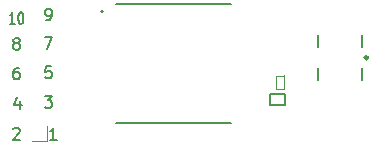
<source format=gbr>
G04 #@! TF.GenerationSoftware,KiCad,Pcbnew,(5.1.5)-3*
G04 #@! TF.CreationDate,2020-05-12T16:51:07+05:30*
G04 #@! TF.ProjectId,Teseo_Mod,54657365-6f5f-44d6-9f64-2e6b69636164,rev?*
G04 #@! TF.SameCoordinates,Original*
G04 #@! TF.FileFunction,Legend,Top*
G04 #@! TF.FilePolarity,Positive*
%FSLAX46Y46*%
G04 Gerber Fmt 4.6, Leading zero omitted, Abs format (unit mm)*
G04 Created by KiCad (PCBNEW (5.1.5)-3) date 2020-05-12 16:51:07*
%MOMM*%
%LPD*%
G04 APERTURE LIST*
%ADD10C,0.150000*%
%ADD11C,0.120000*%
%ADD12C,0.010000*%
%ADD13C,0.280000*%
%ADD14C,0.127000*%
%ADD15C,0.200000*%
G04 APERTURE END LIST*
D10*
X144809523Y-107352380D02*
X145000000Y-107352380D01*
X145095238Y-107304761D01*
X145142857Y-107257142D01*
X145238095Y-107114285D01*
X145285714Y-106923809D01*
X145285714Y-106542857D01*
X145238095Y-106447619D01*
X145190476Y-106400000D01*
X145095238Y-106352380D01*
X144904761Y-106352380D01*
X144809523Y-106400000D01*
X144761904Y-106447619D01*
X144714285Y-106542857D01*
X144714285Y-106780952D01*
X144761904Y-106876190D01*
X144809523Y-106923809D01*
X144904761Y-106971428D01*
X145095238Y-106971428D01*
X145190476Y-106923809D01*
X145238095Y-106876190D01*
X145285714Y-106780952D01*
X142157142Y-107652380D02*
X141728571Y-107652380D01*
X141942857Y-107652380D02*
X141942857Y-106652380D01*
X141871428Y-106795238D01*
X141800000Y-106890476D01*
X141728571Y-106938095D01*
X142621428Y-106652380D02*
X142692857Y-106652380D01*
X142764285Y-106700000D01*
X142800000Y-106747619D01*
X142835714Y-106842857D01*
X142871428Y-107033333D01*
X142871428Y-107271428D01*
X142835714Y-107461904D01*
X142800000Y-107557142D01*
X142764285Y-107604761D01*
X142692857Y-107652380D01*
X142621428Y-107652380D01*
X142550000Y-107604761D01*
X142514285Y-107557142D01*
X142478571Y-107461904D01*
X142442857Y-107271428D01*
X142442857Y-107033333D01*
X142478571Y-106842857D01*
X142514285Y-106747619D01*
X142550000Y-106700000D01*
X142621428Y-106652380D01*
X144666666Y-108752380D02*
X145333333Y-108752380D01*
X144904761Y-109752380D01*
X142204761Y-109280952D02*
X142109523Y-109233333D01*
X142061904Y-109185714D01*
X142014285Y-109090476D01*
X142014285Y-109042857D01*
X142061904Y-108947619D01*
X142109523Y-108900000D01*
X142204761Y-108852380D01*
X142395238Y-108852380D01*
X142490476Y-108900000D01*
X142538095Y-108947619D01*
X142585714Y-109042857D01*
X142585714Y-109090476D01*
X142538095Y-109185714D01*
X142490476Y-109233333D01*
X142395238Y-109280952D01*
X142204761Y-109280952D01*
X142109523Y-109328571D01*
X142061904Y-109376190D01*
X142014285Y-109471428D01*
X142014285Y-109661904D01*
X142061904Y-109757142D01*
X142109523Y-109804761D01*
X142204761Y-109852380D01*
X142395238Y-109852380D01*
X142490476Y-109804761D01*
X142538095Y-109757142D01*
X142585714Y-109661904D01*
X142585714Y-109471428D01*
X142538095Y-109376190D01*
X142490476Y-109328571D01*
X142395238Y-109280952D01*
X145238095Y-111252380D02*
X144761904Y-111252380D01*
X144714285Y-111728571D01*
X144761904Y-111680952D01*
X144857142Y-111633333D01*
X145095238Y-111633333D01*
X145190476Y-111680952D01*
X145238095Y-111728571D01*
X145285714Y-111823809D01*
X145285714Y-112061904D01*
X145238095Y-112157142D01*
X145190476Y-112204761D01*
X145095238Y-112252380D01*
X144857142Y-112252380D01*
X144761904Y-112204761D01*
X144714285Y-112157142D01*
X142490476Y-111352380D02*
X142300000Y-111352380D01*
X142204761Y-111400000D01*
X142157142Y-111447619D01*
X142061904Y-111590476D01*
X142014285Y-111780952D01*
X142014285Y-112161904D01*
X142061904Y-112257142D01*
X142109523Y-112304761D01*
X142204761Y-112352380D01*
X142395238Y-112352380D01*
X142490476Y-112304761D01*
X142538095Y-112257142D01*
X142585714Y-112161904D01*
X142585714Y-111923809D01*
X142538095Y-111828571D01*
X142490476Y-111780952D01*
X142395238Y-111733333D01*
X142204761Y-111733333D01*
X142109523Y-111780952D01*
X142061904Y-111828571D01*
X142014285Y-111923809D01*
X144666666Y-113752380D02*
X145285714Y-113752380D01*
X144952380Y-114133333D01*
X145095238Y-114133333D01*
X145190476Y-114180952D01*
X145238095Y-114228571D01*
X145285714Y-114323809D01*
X145285714Y-114561904D01*
X145238095Y-114657142D01*
X145190476Y-114704761D01*
X145095238Y-114752380D01*
X144809523Y-114752380D01*
X144714285Y-114704761D01*
X144666666Y-114657142D01*
X142590476Y-114185714D02*
X142590476Y-114852380D01*
X142352380Y-113804761D02*
X142114285Y-114519047D01*
X142733333Y-114519047D01*
X142014285Y-116547619D02*
X142061904Y-116500000D01*
X142157142Y-116452380D01*
X142395238Y-116452380D01*
X142490476Y-116500000D01*
X142538095Y-116547619D01*
X142585714Y-116642857D01*
X142585714Y-116738095D01*
X142538095Y-116880952D01*
X141966666Y-117452380D01*
X142585714Y-117452380D01*
X145685714Y-117452380D02*
X145114285Y-117452380D01*
X145400000Y-117452380D02*
X145400000Y-116452380D01*
X145304761Y-116595238D01*
X145209523Y-116690476D01*
X145114285Y-116738095D01*
D11*
X144870000Y-117550000D02*
X143600000Y-117550000D01*
X144870000Y-116280000D02*
X144870000Y-117550000D01*
D12*
X164975000Y-112050000D02*
G75*
G03X164975000Y-112050000I-25000J0D01*
G01*
X164950000Y-112050000D02*
X164950000Y-113100000D01*
X164250000Y-112050000D02*
X164950000Y-112050000D01*
X164250000Y-113150000D02*
X164250000Y-112050000D01*
X164950000Y-113150000D02*
X164250000Y-113150000D01*
X164950000Y-113100000D02*
X164950000Y-113150000D01*
D13*
X172040000Y-110500000D02*
G75*
G03X172040000Y-110500000I-140000J0D01*
G01*
D14*
X171510000Y-111400000D02*
X171510000Y-112400000D01*
X171510000Y-108600000D02*
X171510000Y-109600000D01*
X167800000Y-111400000D02*
X167800000Y-112400000D01*
X167800000Y-108600000D02*
X167800000Y-109600000D01*
X164985000Y-113550000D02*
X164985000Y-114550000D01*
X163785000Y-113550000D02*
X164985000Y-113550000D01*
X163785000Y-114550000D02*
X163785000Y-113550000D01*
X164985000Y-114550000D02*
X163785000Y-114550000D01*
X160450000Y-105950000D02*
X150750000Y-105950000D01*
X150750000Y-116050000D02*
X160450000Y-116050000D01*
D15*
X149600000Y-106600000D02*
G75*
G03X149600000Y-106600000I-100000J0D01*
G01*
M02*

</source>
